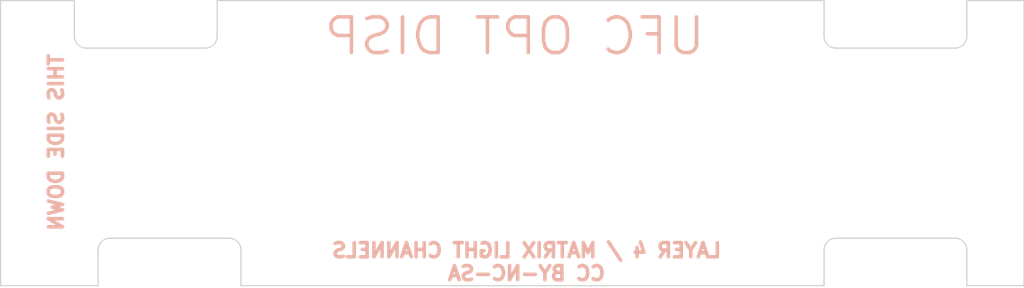
<source format=kicad_pcb>
(kicad_pcb (version 20171130) (host pcbnew "(5.1.4)-1")

  (general
    (thickness 1.6)
    (drawings 31)
    (tracks 0)
    (zones 0)
    (modules 66)
    (nets 1)
  )

  (page A4)
  (layers
    (0 F.Cu signal)
    (31 B.Cu signal)
    (32 B.Adhes user)
    (33 F.Adhes user)
    (34 B.Paste user)
    (35 F.Paste user)
    (36 B.SilkS user)
    (37 F.SilkS user)
    (38 B.Mask user)
    (39 F.Mask user)
    (40 Dwgs.User user)
    (41 Cmts.User user)
    (42 Eco1.User user)
    (43 Eco2.User user)
    (44 Edge.Cuts user)
    (45 Margin user)
    (46 B.CrtYd user)
    (47 F.CrtYd user)
    (48 B.Fab user)
    (49 F.Fab user)
  )

  (setup
    (last_trace_width 0.25)
    (user_trace_width 0.1524)
    (user_trace_width 0.2032)
    (user_trace_width 0.3048)
    (user_trace_width 0.4572)
    (user_trace_width 0.1524)
    (user_trace_width 0.2032)
    (user_trace_width 0.3048)
    (user_trace_width 0.4572)
    (trace_clearance 0.2)
    (zone_clearance 0.508)
    (zone_45_only no)
    (trace_min 0.127)
    (via_size 0.8)
    (via_drill 0.4)
    (via_min_size 0.45)
    (via_min_drill 0.2)
    (user_via 0.45 0.2)
    (user_via 0.45 0.2)
    (uvia_size 0.3)
    (uvia_drill 0.1)
    (uvias_allowed no)
    (uvia_min_size 0.2)
    (uvia_min_drill 0.1)
    (edge_width 0.05)
    (segment_width 0.2)
    (pcb_text_width 0.3)
    (pcb_text_size 1.5 1.5)
    (mod_edge_width 0.12)
    (mod_text_size 1 1)
    (mod_text_width 0.15)
    (pad_size 0.59 0.64)
    (pad_drill 0)
    (pad_to_mask_clearance 0.051)
    (solder_mask_min_width 0.25)
    (aux_axis_origin 101.1375 53.905)
    (grid_origin 101.1375 53.905)
    (visible_elements 7FFFF7DF)
    (pcbplotparams
      (layerselection 0x010fc_ffffffff)
      (usegerberextensions false)
      (usegerberattributes false)
      (usegerberadvancedattributes false)
      (creategerberjobfile false)
      (excludeedgelayer true)
      (linewidth 0.100000)
      (plotframeref false)
      (viasonmask false)
      (mode 1)
      (useauxorigin false)
      (hpglpennumber 1)
      (hpglpenspeed 20)
      (hpglpendiameter 15.000000)
      (psnegative false)
      (psa4output false)
      (plotreference true)
      (plotvalue true)
      (plotinvisibletext false)
      (padsonsilk false)
      (subtractmaskfromsilk false)
      (outputformat 1)
      (mirror false)
      (drillshape 0)
      (scaleselection 1)
      (outputdirectory "gerber"))
  )

  (net 0 "")

  (net_class Default "This is the default net class."
    (clearance 0.2)
    (trace_width 0.25)
    (via_dia 0.8)
    (via_drill 0.4)
    (uvia_dia 0.3)
    (uvia_drill 0.1)
  )

  (module KiCAD_Libraries:OPT_DISP_NPTH_0.6x0.9mm (layer F.Cu) (tedit 5FB832ED) (tstamp 5FB88321)
    (at 101.8815 58.347 90)
    (path /5FDF4EE0)
    (fp_text reference D65 (at 0 -1.17 90) (layer F.SilkS) hide
      (effects (font (size 1 1) (thickness 0.15)))
    )
    (fp_text value LED (at 0 1.17 90) (layer F.Fab)
      (effects (font (size 1 1) (thickness 0.15)))
    )
    (fp_text user %R (at 0 0 90) (layer F.Fab)
      (effects (font (size 0.25 0.25) (thickness 0.04)))
    )
    (pad "" np_thru_hole circle (at 0.45 0 90) (size 0.6 0.6) (drill 0.6) (layers *.Cu *.Mask))
    (pad "" np_thru_hole circle (at -0.45 0 90) (size 0.6 0.6) (drill 0.6) (layers *.Cu *.Mask))
  )

  (module KiCAD_Libraries:OPT_DISP_NPTH_0.6x0.9mm (layer F.Cu) (tedit 5FB832ED) (tstamp 5FB883A9)
    (at 101.8815 61.522 90)
    (path /5FDF56CD)
    (fp_text reference D66 (at 0 -1.17 90) (layer F.SilkS) hide
      (effects (font (size 1 1) (thickness 0.15)))
    )
    (fp_text value LED (at 0 1.17 90) (layer F.Fab)
      (effects (font (size 1 1) (thickness 0.15)))
    )
    (fp_text user %R (at 0 0 90) (layer F.Fab)
      (effects (font (size 0.25 0.25) (thickness 0.04)))
    )
    (pad "" np_thru_hole circle (at 0.45 0 90) (size 0.6 0.6) (drill 0.6) (layers *.Cu *.Mask))
    (pad "" np_thru_hole circle (at -0.45 0 90) (size 0.6 0.6) (drill 0.6) (layers *.Cu *.Mask))
  )

  (module KiCAD_Libraries:OPT_DISP_NPTH_0.6x0.9mmx3 (layer F.Cu) (tedit 5FB81E2A) (tstamp 5FB88354)
    (at 137.124 59.9345)
    (path /5FB6DFBC)
    (fp_text reference D53 (at 0 -1.17) (layer F.SilkS) hide
      (effects (font (size 1 1) (thickness 0.15)))
    )
    (fp_text value LED (at 0 1.17) (layer F.Fab)
      (effects (font (size 1 1) (thickness 0.15)))
    )
    (fp_text user %R (at 0 0) (layer F.Fab)
      (effects (font (size 0.25 0.25) (thickness 0.04)))
    )
    (pad "" np_thru_hole circle (at 0.9 0) (size 0.6 0.6) (drill 0.6) (layers *.Cu *.Mask))
    (pad "" np_thru_hole circle (at -0.9 0) (size 0.6 0.6) (drill 0.6) (layers *.Cu *.Mask))
    (pad "" np_thru_hole circle (at 0 0) (size 0.6 0.6) (drill 0.6) (layers *.Cu *.Mask))
  )

  (module KiCAD_Libraries:OPT_DISP_NPTH_0.6x0.9mmx3 (layer F.Cu) (tedit 5FB81E2A) (tstamp 5FB88365)
    (at 138.7115 58.347 270)
    (path /5FB6DFE0)
    (fp_text reference D56 (at 0 -1.17 90) (layer F.SilkS) hide
      (effects (font (size 1 1) (thickness 0.15)))
    )
    (fp_text value LED (at 0 1.17 90) (layer F.Fab)
      (effects (font (size 1 1) (thickness 0.15)))
    )
    (fp_text user %R (at 0 0 90) (layer F.Fab)
      (effects (font (size 0.25 0.25) (thickness 0.04)))
    )
    (pad "" np_thru_hole circle (at 0.9 0 270) (size 0.6 0.6) (drill 0.6) (layers *.Cu *.Mask))
    (pad "" np_thru_hole circle (at -0.9 0 270) (size 0.6 0.6) (drill 0.6) (layers *.Cu *.Mask))
    (pad "" np_thru_hole circle (at 0 0 270) (size 0.6 0.6) (drill 0.6) (layers *.Cu *.Mask))
  )

  (module KiCAD_Libraries:OPT_DISP_NPTH_0.6x0.9mmx3 (layer F.Cu) (tedit 5FB81E2A) (tstamp 5FB883CB)
    (at 137.124 63.1095)
    (path /5FB6DFD4)
    (fp_text reference D55 (at 0 -1.17) (layer F.SilkS) hide
      (effects (font (size 1 1) (thickness 0.15)))
    )
    (fp_text value LED (at 0 1.17) (layer F.Fab)
      (effects (font (size 1 1) (thickness 0.15)))
    )
    (fp_text user %R (at 0 0) (layer F.Fab)
      (effects (font (size 0.25 0.25) (thickness 0.04)))
    )
    (pad "" np_thru_hole circle (at 0.9 0) (size 0.6 0.6) (drill 0.6) (layers *.Cu *.Mask))
    (pad "" np_thru_hole circle (at -0.9 0) (size 0.6 0.6) (drill 0.6) (layers *.Cu *.Mask))
    (pad "" np_thru_hole circle (at 0 0) (size 0.6 0.6) (drill 0.6) (layers *.Cu *.Mask))
  )

  (module KiCAD_Libraries:OPT_DISP_NPTH_0.6x0.9mmx3 (layer F.Cu) (tedit 5FB81E2A) (tstamp 5FB883BA)
    (at 140.299 59.9345)
    (path /5FB6E021)
    (fp_text reference D60 (at 0 -1.17) (layer F.SilkS) hide
      (effects (font (size 1 1) (thickness 0.15)))
    )
    (fp_text value LED (at 0 1.17) (layer F.Fab)
      (effects (font (size 1 1) (thickness 0.15)))
    )
    (fp_text user %R (at 0 0) (layer F.Fab)
      (effects (font (size 0.25 0.25) (thickness 0.04)))
    )
    (pad "" np_thru_hole circle (at 0.9 0) (size 0.6 0.6) (drill 0.6) (layers *.Cu *.Mask))
    (pad "" np_thru_hole circle (at -0.9 0) (size 0.6 0.6) (drill 0.6) (layers *.Cu *.Mask))
    (pad "" np_thru_hole circle (at 0 0) (size 0.6 0.6) (drill 0.6) (layers *.Cu *.Mask))
  )

  (module KiCAD_Libraries:OPT_DISP_NPTH_0.6x0.9mmx3 (layer F.Cu) (tedit 5FB81E2A) (tstamp 5FB88398)
    (at 140.299 61.522 315)
    (path /5FB6E02D)
    (fp_text reference D61 (at 0 -1.17 135) (layer F.SilkS) hide
      (effects (font (size 1 1) (thickness 0.15)))
    )
    (fp_text value LED (at 0 1.17 135) (layer F.Fab)
      (effects (font (size 1 1) (thickness 0.15)))
    )
    (fp_text user %R (at 0 0 135) (layer F.Fab)
      (effects (font (size 0.25 0.25) (thickness 0.04)))
    )
    (pad "" np_thru_hole circle (at 0.9 0 315) (size 0.6 0.6) (drill 0.6) (layers *.Cu *.Mask))
    (pad "" np_thru_hole circle (at -0.9 0 315) (size 0.6 0.6) (drill 0.6) (layers *.Cu *.Mask))
    (pad "" np_thru_hole circle (at 0 0 315) (size 0.6 0.6) (drill 0.6) (layers *.Cu *.Mask))
  )

  (module KiCAD_Libraries:OPT_DISP_NPTH_0.6x0.9mmx3 (layer F.Cu) (tedit 5FB81E2A) (tstamp 5FB88343)
    (at 140.299 58.347 45)
    (path /5FB6E015)
    (fp_text reference D59 (at 0 -1.17 45) (layer F.SilkS) hide
      (effects (font (size 1 1) (thickness 0.15)))
    )
    (fp_text value LED (at 0 1.17 45) (layer F.Fab)
      (effects (font (size 1 1) (thickness 0.15)))
    )
    (fp_text user %R (at 0 0 45) (layer F.Fab)
      (effects (font (size 0.25 0.25) (thickness 0.04)))
    )
    (pad "" np_thru_hole circle (at 0.9 0 45) (size 0.6 0.6) (drill 0.6) (layers *.Cu *.Mask))
    (pad "" np_thru_hole circle (at -0.9 0 45) (size 0.6 0.6) (drill 0.6) (layers *.Cu *.Mask))
    (pad "" np_thru_hole circle (at 0 0 45) (size 0.6 0.6) (drill 0.6) (layers *.Cu *.Mask))
  )

  (module KiCAD_Libraries:OPT_DISP_NPTH_0.6x0.9mmx3 (layer F.Cu) (tedit 5FB81E2A) (tstamp 5FB88387)
    (at 141.8865 61.522 90)
    (path /5FB6E051)
    (fp_text reference D64 (at 0 -1.17 90) (layer F.SilkS) hide
      (effects (font (size 1 1) (thickness 0.15)))
    )
    (fp_text value LED (at 0 1.17 90) (layer F.Fab)
      (effects (font (size 1 1) (thickness 0.15)))
    )
    (fp_text user %R (at 0 0 90) (layer F.Fab)
      (effects (font (size 0.25 0.25) (thickness 0.04)))
    )
    (pad "" np_thru_hole circle (at 0.9 0 90) (size 0.6 0.6) (drill 0.6) (layers *.Cu *.Mask))
    (pad "" np_thru_hole circle (at -0.9 0 90) (size 0.6 0.6) (drill 0.6) (layers *.Cu *.Mask))
    (pad "" np_thru_hole circle (at 0 0 90) (size 0.6 0.6) (drill 0.6) (layers *.Cu *.Mask))
  )

  (module KiCAD_Libraries:OPT_DISP_NPTH_0.6x0.9mmx3 (layer F.Cu) (tedit 5FB81E2A) (tstamp 5FB883DC)
    (at 140.299 56.7595)
    (path /5FB6E009)
    (fp_text reference D58 (at 0 -1.17) (layer F.SilkS) hide
      (effects (font (size 1 1) (thickness 0.15)))
    )
    (fp_text value LED (at 0 1.17) (layer F.Fab)
      (effects (font (size 1 1) (thickness 0.15)))
    )
    (fp_text user %R (at 0 0) (layer F.Fab)
      (effects (font (size 0.25 0.25) (thickness 0.04)))
    )
    (pad "" np_thru_hole circle (at 0.9 0) (size 0.6 0.6) (drill 0.6) (layers *.Cu *.Mask))
    (pad "" np_thru_hole circle (at -0.9 0) (size 0.6 0.6) (drill 0.6) (layers *.Cu *.Mask))
    (pad "" np_thru_hole circle (at 0 0) (size 0.6 0.6) (drill 0.6) (layers *.Cu *.Mask))
  )

  (module KiCAD_Libraries:OPT_DISP_NPTH_0.6x0.9mmx3 (layer F.Cu) (tedit 5FB81E2A) (tstamp 5FB88376)
    (at 141.8865 58.347 270)
    (path /5FB6E045)
    (fp_text reference D63 (at 0 -1.17 90) (layer F.SilkS) hide
      (effects (font (size 1 1) (thickness 0.15)))
    )
    (fp_text value LED (at 0 1.17 90) (layer F.Fab)
      (effects (font (size 1 1) (thickness 0.15)))
    )
    (fp_text user %R (at 0 0 90) (layer F.Fab)
      (effects (font (size 0.25 0.25) (thickness 0.04)))
    )
    (pad "" np_thru_hole circle (at 0.9 0 270) (size 0.6 0.6) (drill 0.6) (layers *.Cu *.Mask))
    (pad "" np_thru_hole circle (at -0.9 0 270) (size 0.6 0.6) (drill 0.6) (layers *.Cu *.Mask))
    (pad "" np_thru_hole circle (at 0 0 270) (size 0.6 0.6) (drill 0.6) (layers *.Cu *.Mask))
  )

  (module KiCAD_Libraries:OPT_DISP_NPTH_0.6x0.9mmx3 (layer F.Cu) (tedit 5FB81E2A) (tstamp 5FB881CD)
    (at 135.5365 61.522 90)
    (path /5FB6DF98)
    (fp_text reference D50 (at 0 -1.17 90) (layer F.SilkS) hide
      (effects (font (size 1 1) (thickness 0.15)))
    )
    (fp_text value LED (at 0 1.17 90) (layer F.Fab)
      (effects (font (size 1 1) (thickness 0.15)))
    )
    (fp_text user %R (at 0 0 90) (layer F.Fab)
      (effects (font (size 0.25 0.25) (thickness 0.04)))
    )
    (pad "" np_thru_hole circle (at 0.9 0 90) (size 0.6 0.6) (drill 0.6) (layers *.Cu *.Mask))
    (pad "" np_thru_hole circle (at -0.9 0 90) (size 0.6 0.6) (drill 0.6) (layers *.Cu *.Mask))
    (pad "" np_thru_hole circle (at 0 0 90) (size 0.6 0.6) (drill 0.6) (layers *.Cu *.Mask))
  )

  (module KiCAD_Libraries:OPT_DISP_NPTH_0.6x0.9mmx3 (layer F.Cu) (tedit 5FB81E2A) (tstamp 5FB88310)
    (at 138.7115 61.522 90)
    (path /5FB6DFFD)
    (fp_text reference D57 (at 0 -1.17 90) (layer F.SilkS) hide
      (effects (font (size 1 1) (thickness 0.15)))
    )
    (fp_text value LED (at 0 1.17 90) (layer F.Fab)
      (effects (font (size 1 1) (thickness 0.15)))
    )
    (fp_text user %R (at 0 0 90) (layer F.Fab)
      (effects (font (size 0.25 0.25) (thickness 0.04)))
    )
    (pad "" np_thru_hole circle (at 0.9 0 90) (size 0.6 0.6) (drill 0.6) (layers *.Cu *.Mask))
    (pad "" np_thru_hole circle (at -0.9 0 90) (size 0.6 0.6) (drill 0.6) (layers *.Cu *.Mask))
    (pad "" np_thru_hole circle (at 0 0 90) (size 0.6 0.6) (drill 0.6) (layers *.Cu *.Mask))
  )

  (module KiCAD_Libraries:OPT_DISP_NPTH_0.6x0.9mmx3 (layer F.Cu) (tedit 5FB81E2A) (tstamp 5FB88255)
    (at 135.5365 58.347 270)
    (path /5FB6DF8C)
    (fp_text reference D49 (at 0 -1.17 90) (layer F.SilkS) hide
      (effects (font (size 1 1) (thickness 0.15)))
    )
    (fp_text value LED (at 0 1.17 90) (layer F.Fab)
      (effects (font (size 1 1) (thickness 0.15)))
    )
    (fp_text user %R (at 0 0 90) (layer F.Fab)
      (effects (font (size 0.25 0.25) (thickness 0.04)))
    )
    (pad "" np_thru_hole circle (at 0.9 0 270) (size 0.6 0.6) (drill 0.6) (layers *.Cu *.Mask))
    (pad "" np_thru_hole circle (at -0.9 0 270) (size 0.6 0.6) (drill 0.6) (layers *.Cu *.Mask))
    (pad "" np_thru_hole circle (at 0 0 270) (size 0.6 0.6) (drill 0.6) (layers *.Cu *.Mask))
  )

  (module KiCAD_Libraries:OPT_DISP_NPTH_0.6x0.9mmx3 (layer F.Cu) (tedit 5FB81E2A) (tstamp 5FB882FF)
    (at 137.124 61.522 45)
    (path /5FB6DFC8)
    (fp_text reference D54 (at 0 -1.17 45) (layer F.SilkS) hide
      (effects (font (size 1 1) (thickness 0.15)))
    )
    (fp_text value LED (at 0 1.17 45) (layer F.Fab)
      (effects (font (size 1 1) (thickness 0.15)))
    )
    (fp_text user %R (at 0 0 45) (layer F.Fab)
      (effects (font (size 0.25 0.25) (thickness 0.04)))
    )
    (pad "" np_thru_hole circle (at 0.9 0 45) (size 0.6 0.6) (drill 0.6) (layers *.Cu *.Mask))
    (pad "" np_thru_hole circle (at -0.9 0 45) (size 0.6 0.6) (drill 0.6) (layers *.Cu *.Mask))
    (pad "" np_thru_hole circle (at 0 0 45) (size 0.6 0.6) (drill 0.6) (layers *.Cu *.Mask))
  )

  (module KiCAD_Libraries:OPT_DISP_NPTH_0.6x0.9mmx3 (layer F.Cu) (tedit 5FB81E2A) (tstamp 5FB881DE)
    (at 137.124 58.347 315)
    (path /5FB6DFB0)
    (fp_text reference D52 (at 0 -1.17 135) (layer F.SilkS) hide
      (effects (font (size 1 1) (thickness 0.15)))
    )
    (fp_text value LED (at 0 1.17 135) (layer F.Fab)
      (effects (font (size 1 1) (thickness 0.15)))
    )
    (fp_text user %R (at 0 0 135) (layer F.Fab)
      (effects (font (size 0.25 0.25) (thickness 0.04)))
    )
    (pad "" np_thru_hole circle (at 0.9 0 315) (size 0.6 0.6) (drill 0.6) (layers *.Cu *.Mask))
    (pad "" np_thru_hole circle (at -0.9 0 315) (size 0.6 0.6) (drill 0.6) (layers *.Cu *.Mask))
    (pad "" np_thru_hole circle (at 0 0 315) (size 0.6 0.6) (drill 0.6) (layers *.Cu *.Mask))
  )

  (module KiCAD_Libraries:OPT_DISP_NPTH_0.6x0.9mmx3 (layer F.Cu) (tedit 5FB81E2A) (tstamp 5FB882EE)
    (at 137.124 56.7595)
    (path /5FB6DFA4)
    (fp_text reference D51 (at 0 -1.17) (layer F.SilkS) hide
      (effects (font (size 1 1) (thickness 0.15)))
    )
    (fp_text value LED (at 0 1.17) (layer F.Fab)
      (effects (font (size 1 1) (thickness 0.15)))
    )
    (fp_text user %R (at 0 0) (layer F.Fab)
      (effects (font (size 0.25 0.25) (thickness 0.04)))
    )
    (pad "" np_thru_hole circle (at 0.9 0) (size 0.6 0.6) (drill 0.6) (layers *.Cu *.Mask))
    (pad "" np_thru_hole circle (at -0.9 0) (size 0.6 0.6) (drill 0.6) (layers *.Cu *.Mask))
    (pad "" np_thru_hole circle (at 0 0) (size 0.6 0.6) (drill 0.6) (layers *.Cu *.Mask))
  )

  (module KiCAD_Libraries:OPT_DISP_NPTH_0.6x0.9mmx3 (layer F.Cu) (tedit 5FB81E2A) (tstamp 5FB88332)
    (at 140.299 63.1095)
    (path /5FB6E039)
    (fp_text reference D62 (at 0 -1.17) (layer F.SilkS) hide
      (effects (font (size 1 1) (thickness 0.15)))
    )
    (fp_text value LED (at 0 1.17) (layer F.Fab)
      (effects (font (size 1 1) (thickness 0.15)))
    )
    (fp_text user %R (at 0 0) (layer F.Fab)
      (effects (font (size 0.25 0.25) (thickness 0.04)))
    )
    (pad "" np_thru_hole circle (at 0.9 0) (size 0.6 0.6) (drill 0.6) (layers *.Cu *.Mask))
    (pad "" np_thru_hole circle (at -0.9 0) (size 0.6 0.6) (drill 0.6) (layers *.Cu *.Mask))
    (pad "" np_thru_hole circle (at 0 0) (size 0.6 0.6) (drill 0.6) (layers *.Cu *.Mask))
  )

  (module KiCAD_Libraries:OPT_DISP_NPTH_0.6x0.9mmx3 (layer F.Cu) (tedit 5FB81E2A) (tstamp 5FB88145)
    (at 125.3765 58.347 270)
    (path /5FB6DEAA)
    (fp_text reference D33 (at 0 -1.17 90) (layer F.SilkS) hide
      (effects (font (size 1 1) (thickness 0.15)))
    )
    (fp_text value LED (at 0 1.17 90) (layer F.Fab)
      (effects (font (size 1 1) (thickness 0.15)))
    )
    (fp_text user %R (at 0 0 90) (layer F.Fab)
      (effects (font (size 0.25 0.25) (thickness 0.04)))
    )
    (pad "" np_thru_hole circle (at 0.9 0 270) (size 0.6 0.6) (drill 0.6) (layers *.Cu *.Mask))
    (pad "" np_thru_hole circle (at -0.9 0 270) (size 0.6 0.6) (drill 0.6) (layers *.Cu *.Mask))
    (pad "" np_thru_hole circle (at 0 0 270) (size 0.6 0.6) (drill 0.6) (layers *.Cu *.Mask))
  )

  (module KiCAD_Libraries:OPT_DISP_NPTH_0.6x0.9mmx3 (layer F.Cu) (tedit 5FB81E2A) (tstamp 5FB88288)
    (at 126.964 58.347 315)
    (path /5FB6DECE)
    (fp_text reference D36 (at 0 -1.17 135) (layer F.SilkS) hide
      (effects (font (size 1 1) (thickness 0.15)))
    )
    (fp_text value LED (at 0 1.17 135) (layer F.Fab)
      (effects (font (size 1 1) (thickness 0.15)))
    )
    (fp_text user %R (at 0 0 135) (layer F.Fab)
      (effects (font (size 0.25 0.25) (thickness 0.04)))
    )
    (pad "" np_thru_hole circle (at 0.9 0 315) (size 0.6 0.6) (drill 0.6) (layers *.Cu *.Mask))
    (pad "" np_thru_hole circle (at -0.9 0 315) (size 0.6 0.6) (drill 0.6) (layers *.Cu *.Mask))
    (pad "" np_thru_hole circle (at 0 0 315) (size 0.6 0.6) (drill 0.6) (layers *.Cu *.Mask))
  )

  (module KiCAD_Libraries:OPT_DISP_NPTH_0.6x0.9mmx3 (layer F.Cu) (tedit 5FB81E2A) (tstamp 5FB882AA)
    (at 128.5515 58.347 270)
    (path /5FB6DEFE)
    (fp_text reference D40 (at 0 -1.17 90) (layer F.SilkS) hide
      (effects (font (size 1 1) (thickness 0.15)))
    )
    (fp_text value LED (at 0 1.17 90) (layer F.Fab)
      (effects (font (size 1 1) (thickness 0.15)))
    )
    (fp_text user %R (at 0 0 90) (layer F.Fab)
      (effects (font (size 0.25 0.25) (thickness 0.04)))
    )
    (pad "" np_thru_hole circle (at 0.9 0 270) (size 0.6 0.6) (drill 0.6) (layers *.Cu *.Mask))
    (pad "" np_thru_hole circle (at -0.9 0 270) (size 0.6 0.6) (drill 0.6) (layers *.Cu *.Mask))
    (pad "" np_thru_hole circle (at 0 0 270) (size 0.6 0.6) (drill 0.6) (layers *.Cu *.Mask))
  )

  (module KiCAD_Libraries:OPT_DISP_NPTH_0.6x0.9mmx3 (layer F.Cu) (tedit 5FB81E2A) (tstamp 5FB882CC)
    (at 130.139 56.7595)
    (path /5FB6DF27)
    (fp_text reference D42 (at 0 -1.17) (layer F.SilkS) hide
      (effects (font (size 1 1) (thickness 0.15)))
    )
    (fp_text value LED (at 0 1.17) (layer F.Fab)
      (effects (font (size 1 1) (thickness 0.15)))
    )
    (fp_text user %R (at 0 0) (layer F.Fab)
      (effects (font (size 0.25 0.25) (thickness 0.04)))
    )
    (pad "" np_thru_hole circle (at 0.9 0) (size 0.6 0.6) (drill 0.6) (layers *.Cu *.Mask))
    (pad "" np_thru_hole circle (at -0.9 0) (size 0.6 0.6) (drill 0.6) (layers *.Cu *.Mask))
    (pad "" np_thru_hole circle (at 0 0) (size 0.6 0.6) (drill 0.6) (layers *.Cu *.Mask))
  )

  (module KiCAD_Libraries:OPT_DISP_NPTH_0.6x0.9mmx3 (layer F.Cu) (tedit 5FB81E2A) (tstamp 5FB882DD)
    (at 130.139 63.1095)
    (path /5FB6DF57)
    (fp_text reference D46 (at 0 -1.17) (layer F.SilkS) hide
      (effects (font (size 1 1) (thickness 0.15)))
    )
    (fp_text value LED (at 0 1.17) (layer F.Fab)
      (effects (font (size 1 1) (thickness 0.15)))
    )
    (fp_text user %R (at 0 0) (layer F.Fab)
      (effects (font (size 0.25 0.25) (thickness 0.04)))
    )
    (pad "" np_thru_hole circle (at 0.9 0) (size 0.6 0.6) (drill 0.6) (layers *.Cu *.Mask))
    (pad "" np_thru_hole circle (at -0.9 0) (size 0.6 0.6) (drill 0.6) (layers *.Cu *.Mask))
    (pad "" np_thru_hole circle (at 0 0) (size 0.6 0.6) (drill 0.6) (layers *.Cu *.Mask))
  )

  (module KiCAD_Libraries:OPT_DISP_NPTH_0.6x0.9mmx3 (layer F.Cu) (tedit 5FB81E2A) (tstamp 5FB882BB)
    (at 128.5515 61.522 90)
    (path /5FB6DF1B)
    (fp_text reference D41 (at 0 -1.17 90) (layer F.SilkS) hide
      (effects (font (size 1 1) (thickness 0.15)))
    )
    (fp_text value LED (at 0 1.17 90) (layer F.Fab)
      (effects (font (size 1 1) (thickness 0.15)))
    )
    (fp_text user %R (at 0 0 90) (layer F.Fab)
      (effects (font (size 0.25 0.25) (thickness 0.04)))
    )
    (pad "" np_thru_hole circle (at 0.9 0 90) (size 0.6 0.6) (drill 0.6) (layers *.Cu *.Mask))
    (pad "" np_thru_hole circle (at -0.9 0 90) (size 0.6 0.6) (drill 0.6) (layers *.Cu *.Mask))
    (pad "" np_thru_hole circle (at 0 0 90) (size 0.6 0.6) (drill 0.6) (layers *.Cu *.Mask))
  )

  (module KiCAD_Libraries:OPT_DISP_NPTH_0.6x0.9mmx3 (layer F.Cu) (tedit 5FB81E2A) (tstamp 5FB88299)
    (at 126.964 63.1095)
    (path /5FB6DEF2)
    (fp_text reference D39 (at 0 -1.17) (layer F.SilkS) hide
      (effects (font (size 1 1) (thickness 0.15)))
    )
    (fp_text value LED (at 0 1.17) (layer F.Fab)
      (effects (font (size 1 1) (thickness 0.15)))
    )
    (fp_text user %R (at 0 0) (layer F.Fab)
      (effects (font (size 0.25 0.25) (thickness 0.04)))
    )
    (pad "" np_thru_hole circle (at 0.9 0) (size 0.6 0.6) (drill 0.6) (layers *.Cu *.Mask))
    (pad "" np_thru_hole circle (at -0.9 0) (size 0.6 0.6) (drill 0.6) (layers *.Cu *.Mask))
    (pad "" np_thru_hole circle (at 0 0) (size 0.6 0.6) (drill 0.6) (layers *.Cu *.Mask))
  )

  (module KiCAD_Libraries:OPT_DISP_NPTH_0.6x0.9mmx3 (layer F.Cu) (tedit 5FB81E2A) (tstamp 5FB88233)
    (at 131.7265 58.347 270)
    (path /5FB6DF63)
    (fp_text reference D47 (at 0 -1.17 90) (layer F.SilkS) hide
      (effects (font (size 1 1) (thickness 0.15)))
    )
    (fp_text value LED (at 0 1.17 90) (layer F.Fab)
      (effects (font (size 1 1) (thickness 0.15)))
    )
    (fp_text user %R (at 0 0 90) (layer F.Fab)
      (effects (font (size 0.25 0.25) (thickness 0.04)))
    )
    (pad "" np_thru_hole circle (at 0.9 0 270) (size 0.6 0.6) (drill 0.6) (layers *.Cu *.Mask))
    (pad "" np_thru_hole circle (at -0.9 0 270) (size 0.6 0.6) (drill 0.6) (layers *.Cu *.Mask))
    (pad "" np_thru_hole circle (at 0 0 270) (size 0.6 0.6) (drill 0.6) (layers *.Cu *.Mask))
  )

  (module KiCAD_Libraries:OPT_DISP_NPTH_0.6x0.9mmx3 (layer F.Cu) (tedit 5FB81E2A) (tstamp 5FB88200)
    (at 130.139 58.347 45)
    (path /5FB6DF33)
    (fp_text reference D43 (at 0 -1.17 45) (layer F.SilkS) hide
      (effects (font (size 1 1) (thickness 0.15)))
    )
    (fp_text value LED (at 0 1.17 45) (layer F.Fab)
      (effects (font (size 1 1) (thickness 0.15)))
    )
    (fp_text user %R (at 0 0 45) (layer F.Fab)
      (effects (font (size 0.25 0.25) (thickness 0.04)))
    )
    (pad "" np_thru_hole circle (at 0.9 0 45) (size 0.6 0.6) (drill 0.6) (layers *.Cu *.Mask))
    (pad "" np_thru_hole circle (at -0.9 0 45) (size 0.6 0.6) (drill 0.6) (layers *.Cu *.Mask))
    (pad "" np_thru_hole circle (at 0 0 45) (size 0.6 0.6) (drill 0.6) (layers *.Cu *.Mask))
  )

  (module KiCAD_Libraries:OPT_DISP_NPTH_0.6x0.9mmx3 (layer F.Cu) (tedit 5FB81E2A) (tstamp 5FB88277)
    (at 126.964 56.7595)
    (path /5FB6DEC2)
    (fp_text reference D35 (at 0 -1.17) (layer F.SilkS) hide
      (effects (font (size 1 1) (thickness 0.15)))
    )
    (fp_text value LED (at 0 1.17) (layer F.Fab)
      (effects (font (size 1 1) (thickness 0.15)))
    )
    (fp_text user %R (at 0 0) (layer F.Fab)
      (effects (font (size 0.25 0.25) (thickness 0.04)))
    )
    (pad "" np_thru_hole circle (at 0.9 0) (size 0.6 0.6) (drill 0.6) (layers *.Cu *.Mask))
    (pad "" np_thru_hole circle (at -0.9 0) (size 0.6 0.6) (drill 0.6) (layers *.Cu *.Mask))
    (pad "" np_thru_hole circle (at 0 0) (size 0.6 0.6) (drill 0.6) (layers *.Cu *.Mask))
  )

  (module KiCAD_Libraries:OPT_DISP_NPTH_0.6x0.9mmx3 (layer F.Cu) (tedit 5FB81E2A) (tstamp 5FB88244)
    (at 131.7265 61.522 90)
    (path /5FB6DF6F)
    (fp_text reference D48 (at 0 -1.17 90) (layer F.SilkS) hide
      (effects (font (size 1 1) (thickness 0.15)))
    )
    (fp_text value LED (at 0 1.17 90) (layer F.Fab)
      (effects (font (size 1 1) (thickness 0.15)))
    )
    (fp_text user %R (at 0 0 90) (layer F.Fab)
      (effects (font (size 0.25 0.25) (thickness 0.04)))
    )
    (pad "" np_thru_hole circle (at 0.9 0 90) (size 0.6 0.6) (drill 0.6) (layers *.Cu *.Mask))
    (pad "" np_thru_hole circle (at -0.9 0 90) (size 0.6 0.6) (drill 0.6) (layers *.Cu *.Mask))
    (pad "" np_thru_hole circle (at 0 0 90) (size 0.6 0.6) (drill 0.6) (layers *.Cu *.Mask))
  )

  (module KiCAD_Libraries:OPT_DISP_NPTH_0.6x0.9mmx3 (layer F.Cu) (tedit 5FB81E2A) (tstamp 5FB88211)
    (at 130.139 59.9345)
    (path /5FB6DF3F)
    (fp_text reference D44 (at 0 -1.17) (layer F.SilkS) hide
      (effects (font (size 1 1) (thickness 0.15)))
    )
    (fp_text value LED (at 0 1.17) (layer F.Fab)
      (effects (font (size 1 1) (thickness 0.15)))
    )
    (fp_text user %R (at 0 0) (layer F.Fab)
      (effects (font (size 0.25 0.25) (thickness 0.04)))
    )
    (pad "" np_thru_hole circle (at 0.9 0) (size 0.6 0.6) (drill 0.6) (layers *.Cu *.Mask))
    (pad "" np_thru_hole circle (at -0.9 0) (size 0.6 0.6) (drill 0.6) (layers *.Cu *.Mask))
    (pad "" np_thru_hole circle (at 0 0) (size 0.6 0.6) (drill 0.6) (layers *.Cu *.Mask))
  )

  (module KiCAD_Libraries:OPT_DISP_NPTH_0.6x0.9mmx3 (layer F.Cu) (tedit 5FB81E2A) (tstamp 5FB881EF)
    (at 126.964 61.522 45)
    (path /5FB6DEE6)
    (fp_text reference D38 (at 0 -1.17 45) (layer F.SilkS) hide
      (effects (font (size 1 1) (thickness 0.15)))
    )
    (fp_text value LED (at 0 1.17 45) (layer F.Fab)
      (effects (font (size 1 1) (thickness 0.15)))
    )
    (fp_text user %R (at 0 0 45) (layer F.Fab)
      (effects (font (size 0.25 0.25) (thickness 0.04)))
    )
    (pad "" np_thru_hole circle (at 0.9 0 45) (size 0.6 0.6) (drill 0.6) (layers *.Cu *.Mask))
    (pad "" np_thru_hole circle (at -0.9 0 45) (size 0.6 0.6) (drill 0.6) (layers *.Cu *.Mask))
    (pad "" np_thru_hole circle (at 0 0 45) (size 0.6 0.6) (drill 0.6) (layers *.Cu *.Mask))
  )

  (module KiCAD_Libraries:OPT_DISP_NPTH_0.6x0.9mmx3 (layer F.Cu) (tedit 5FB81E2A) (tstamp 5FB88266)
    (at 126.964 59.9345)
    (path /5FB6DEDA)
    (fp_text reference D37 (at 0 -1.17) (layer F.SilkS) hide
      (effects (font (size 1 1) (thickness 0.15)))
    )
    (fp_text value LED (at 0 1.17) (layer F.Fab)
      (effects (font (size 1 1) (thickness 0.15)))
    )
    (fp_text user %R (at 0 0) (layer F.Fab)
      (effects (font (size 0.25 0.25) (thickness 0.04)))
    )
    (pad "" np_thru_hole circle (at 0.9 0) (size 0.6 0.6) (drill 0.6) (layers *.Cu *.Mask))
    (pad "" np_thru_hole circle (at -0.9 0) (size 0.6 0.6) (drill 0.6) (layers *.Cu *.Mask))
    (pad "" np_thru_hole circle (at 0 0) (size 0.6 0.6) (drill 0.6) (layers *.Cu *.Mask))
  )

  (module KiCAD_Libraries:OPT_DISP_NPTH_0.6x0.9mmx3 (layer F.Cu) (tedit 5FB81E2A) (tstamp 5FB88222)
    (at 130.139 61.522 315)
    (path /5FB6DF4B)
    (fp_text reference D45 (at 0 -1.17 135) (layer F.SilkS) hide
      (effects (font (size 1 1) (thickness 0.15)))
    )
    (fp_text value LED (at 0 1.17 135) (layer F.Fab)
      (effects (font (size 1 1) (thickness 0.15)))
    )
    (fp_text user %R (at 0 0 135) (layer F.Fab)
      (effects (font (size 0.25 0.25) (thickness 0.04)))
    )
    (pad "" np_thru_hole circle (at 0.9 0 315) (size 0.6 0.6) (drill 0.6) (layers *.Cu *.Mask))
    (pad "" np_thru_hole circle (at -0.9 0 315) (size 0.6 0.6) (drill 0.6) (layers *.Cu *.Mask))
    (pad "" np_thru_hole circle (at 0 0 315) (size 0.6 0.6) (drill 0.6) (layers *.Cu *.Mask))
  )

  (module KiCAD_Libraries:OPT_DISP_NPTH_0.6x0.9mmx3 (layer F.Cu) (tedit 5FB81E2A) (tstamp 5FB8819A)
    (at 125.3765 61.522 90)
    (path /5FB6DEB6)
    (fp_text reference D34 (at 0 -1.17 90) (layer F.SilkS) hide
      (effects (font (size 1 1) (thickness 0.15)))
    )
    (fp_text value LED (at 0 1.17 90) (layer F.Fab)
      (effects (font (size 1 1) (thickness 0.15)))
    )
    (fp_text user %R (at 0 0 90) (layer F.Fab)
      (effects (font (size 0.25 0.25) (thickness 0.04)))
    )
    (pad "" np_thru_hole circle (at 0.9 0 90) (size 0.6 0.6) (drill 0.6) (layers *.Cu *.Mask))
    (pad "" np_thru_hole circle (at -0.9 0 90) (size 0.6 0.6) (drill 0.6) (layers *.Cu *.Mask))
    (pad "" np_thru_hole circle (at 0 0 90) (size 0.6 0.6) (drill 0.6) (layers *.Cu *.Mask))
  )

  (module KiCAD_Libraries:OPT_DISP_NPTH_0.6x0.9mmx3 (layer F.Cu) (tedit 5FB81E2A) (tstamp 5FB88156)
    (at 116.804 63.1095)
    (path /5FB63B42)
    (fp_text reference D23 (at 0 -1.17) (layer F.SilkS) hide
      (effects (font (size 1 1) (thickness 0.15)))
    )
    (fp_text value LED (at 0 1.17) (layer F.Fab)
      (effects (font (size 1 1) (thickness 0.15)))
    )
    (fp_text user %R (at 0 0) (layer F.Fab)
      (effects (font (size 0.25 0.25) (thickness 0.04)))
    )
    (pad "" np_thru_hole circle (at 0.9 0) (size 0.6 0.6) (drill 0.6) (layers *.Cu *.Mask))
    (pad "" np_thru_hole circle (at -0.9 0) (size 0.6 0.6) (drill 0.6) (layers *.Cu *.Mask))
    (pad "" np_thru_hole circle (at 0 0) (size 0.6 0.6) (drill 0.6) (layers *.Cu *.Mask))
  )

  (module KiCAD_Libraries:OPT_DISP_NPTH_0.6x0.9mmx3 (layer F.Cu) (tedit 5FB81E2A) (tstamp 5FB88178)
    (at 119.979 63.1095)
    (path /5FB63BA7)
    (fp_text reference D30 (at 0 -1.17) (layer F.SilkS) hide
      (effects (font (size 1 1) (thickness 0.15)))
    )
    (fp_text value LED (at 0 1.17) (layer F.Fab)
      (effects (font (size 1 1) (thickness 0.15)))
    )
    (fp_text user %R (at 0 0) (layer F.Fab)
      (effects (font (size 0.25 0.25) (thickness 0.04)))
    )
    (pad "" np_thru_hole circle (at 0.9 0) (size 0.6 0.6) (drill 0.6) (layers *.Cu *.Mask))
    (pad "" np_thru_hole circle (at -0.9 0) (size 0.6 0.6) (drill 0.6) (layers *.Cu *.Mask))
    (pad "" np_thru_hole circle (at 0 0) (size 0.6 0.6) (drill 0.6) (layers *.Cu *.Mask))
  )

  (module KiCAD_Libraries:OPT_DISP_NPTH_0.6x0.9mmx3 (layer F.Cu) (tedit 5FB81E2A) (tstamp 5FB88112)
    (at 121.5665 61.522 90)
    (path /5FB63BBF)
    (fp_text reference D32 (at 0 -1.17 90) (layer F.SilkS) hide
      (effects (font (size 1 1) (thickness 0.15)))
    )
    (fp_text value LED (at 0 1.17 90) (layer F.Fab)
      (effects (font (size 1 1) (thickness 0.15)))
    )
    (fp_text user %R (at 0 0 90) (layer F.Fab)
      (effects (font (size 0.25 0.25) (thickness 0.04)))
    )
    (pad "" np_thru_hole circle (at 0.9 0 90) (size 0.6 0.6) (drill 0.6) (layers *.Cu *.Mask))
    (pad "" np_thru_hole circle (at -0.9 0 90) (size 0.6 0.6) (drill 0.6) (layers *.Cu *.Mask))
    (pad "" np_thru_hole circle (at 0 0 90) (size 0.6 0.6) (drill 0.6) (layers *.Cu *.Mask))
  )

  (module KiCAD_Libraries:OPT_DISP_NPTH_0.6x0.9mmx3 (layer F.Cu) (tedit 5FB81E2A) (tstamp 5FB881BC)
    (at 119.979 59.9345)
    (path /5FB63B8F)
    (fp_text reference D28 (at 0 -1.17) (layer F.SilkS) hide
      (effects (font (size 1 1) (thickness 0.15)))
    )
    (fp_text value LED (at 0 1.17) (layer F.Fab)
      (effects (font (size 1 1) (thickness 0.15)))
    )
    (fp_text user %R (at 0 0) (layer F.Fab)
      (effects (font (size 0.25 0.25) (thickness 0.04)))
    )
    (pad "" np_thru_hole circle (at 0.9 0) (size 0.6 0.6) (drill 0.6) (layers *.Cu *.Mask))
    (pad "" np_thru_hole circle (at -0.9 0) (size 0.6 0.6) (drill 0.6) (layers *.Cu *.Mask))
    (pad "" np_thru_hole circle (at 0 0) (size 0.6 0.6) (drill 0.6) (layers *.Cu *.Mask))
  )

  (module KiCAD_Libraries:OPT_DISP_NPTH_0.6x0.9mmx3 (layer F.Cu) (tedit 5FB81E2A) (tstamp 5FB88189)
    (at 119.979 61.522 315)
    (path /5FB63B9B)
    (fp_text reference D29 (at 0 -1.17 135) (layer F.SilkS) hide
      (effects (font (size 1 1) (thickness 0.15)))
    )
    (fp_text value LED (at 0 1.17 135) (layer F.Fab)
      (effects (font (size 1 1) (thickness 0.15)))
    )
    (fp_text user %R (at 0 0 135) (layer F.Fab)
      (effects (font (size 0.25 0.25) (thickness 0.04)))
    )
    (pad "" np_thru_hole circle (at 0.9 0 315) (size 0.6 0.6) (drill 0.6) (layers *.Cu *.Mask))
    (pad "" np_thru_hole circle (at -0.9 0 315) (size 0.6 0.6) (drill 0.6) (layers *.Cu *.Mask))
    (pad "" np_thru_hole circle (at 0 0 315) (size 0.6 0.6) (drill 0.6) (layers *.Cu *.Mask))
  )

  (module KiCAD_Libraries:OPT_DISP_NPTH_0.6x0.9mmx3 (layer F.Cu) (tedit 5FB81E2A) (tstamp 5FB880F0)
    (at 118.3915 61.522 90)
    (path /5FB63B6B)
    (fp_text reference D25 (at 0 -1.17 90) (layer F.SilkS) hide
      (effects (font (size 1 1) (thickness 0.15)))
    )
    (fp_text value LED (at 0 1.17 90) (layer F.Fab)
      (effects (font (size 1 1) (thickness 0.15)))
    )
    (fp_text user %R (at 0 0 90) (layer F.Fab)
      (effects (font (size 0.25 0.25) (thickness 0.04)))
    )
    (pad "" np_thru_hole circle (at 0.9 0 90) (size 0.6 0.6) (drill 0.6) (layers *.Cu *.Mask))
    (pad "" np_thru_hole circle (at -0.9 0 90) (size 0.6 0.6) (drill 0.6) (layers *.Cu *.Mask))
    (pad "" np_thru_hole circle (at 0 0 90) (size 0.6 0.6) (drill 0.6) (layers *.Cu *.Mask))
  )

  (module KiCAD_Libraries:OPT_DISP_NPTH_0.6x0.9mmx3 (layer F.Cu) (tedit 5FB81E2A) (tstamp 5FB880CE)
    (at 116.804 61.522 45)
    (path /5FB63B36)
    (fp_text reference D22 (at 0 -1.17 45) (layer F.SilkS) hide
      (effects (font (size 1 1) (thickness 0.15)))
    )
    (fp_text value LED (at 0 1.17 45) (layer F.Fab)
      (effects (font (size 1 1) (thickness 0.15)))
    )
    (fp_text user %R (at 0 0 45) (layer F.Fab)
      (effects (font (size 0.25 0.25) (thickness 0.04)))
    )
    (pad "" np_thru_hole circle (at 0.9 0 45) (size 0.6 0.6) (drill 0.6) (layers *.Cu *.Mask))
    (pad "" np_thru_hole circle (at -0.9 0 45) (size 0.6 0.6) (drill 0.6) (layers *.Cu *.Mask))
    (pad "" np_thru_hole circle (at 0 0 45) (size 0.6 0.6) (drill 0.6) (layers *.Cu *.Mask))
  )

  (module KiCAD_Libraries:OPT_DISP_NPTH_0.6x0.9mmx3 (layer F.Cu) (tedit 5FB81E2A) (tstamp 5FB880AC)
    (at 115.2165 61.522 90)
    (path /5FB63B06)
    (fp_text reference D18 (at 0 -1.27 90) (layer F.SilkS) hide
      (effects (font (size 1 1) (thickness 0.15)))
    )
    (fp_text value LED (at 0 1.17 90) (layer F.Fab)
      (effects (font (size 1 1) (thickness 0.15)))
    )
    (fp_text user %R (at 0 0 90) (layer F.Fab)
      (effects (font (size 0.25 0.25) (thickness 0.04)))
    )
    (pad "" np_thru_hole circle (at 0.9 0 90) (size 0.6 0.6) (drill 0.6) (layers *.Cu *.Mask))
    (pad "" np_thru_hole circle (at -0.9 0 90) (size 0.6 0.6) (drill 0.6) (layers *.Cu *.Mask))
    (pad "" np_thru_hole circle (at 0 0 90) (size 0.6 0.6) (drill 0.6) (layers *.Cu *.Mask))
  )

  (module KiCAD_Libraries:OPT_DISP_NPTH_0.6x0.9mmx3 (layer F.Cu) (tedit 5FB81E2A) (tstamp 5FB88167)
    (at 116.804 59.9345)
    (path /5FB63B2A)
    (fp_text reference D21 (at 0 -1.17) (layer F.SilkS) hide
      (effects (font (size 1 1) (thickness 0.15)))
    )
    (fp_text value LED (at 0 1.17) (layer F.Fab)
      (effects (font (size 1 1) (thickness 0.15)))
    )
    (fp_text user %R (at 0 0) (layer F.Fab)
      (effects (font (size 0.25 0.25) (thickness 0.04)))
    )
    (pad "" np_thru_hole circle (at 0.9 0) (size 0.6 0.6) (drill 0.6) (layers *.Cu *.Mask))
    (pad "" np_thru_hole circle (at -0.9 0) (size 0.6 0.6) (drill 0.6) (layers *.Cu *.Mask))
    (pad "" np_thru_hole circle (at 0 0) (size 0.6 0.6) (drill 0.6) (layers *.Cu *.Mask))
  )

  (module KiCAD_Libraries:OPT_DISP_NPTH_0.6x0.9mmx3 (layer F.Cu) (tedit 5FB81E2A) (tstamp 5FB88134)
    (at 121.5665 58.347 270)
    (path /5FB63BB3)
    (fp_text reference D31 (at 0 -1.17 90) (layer F.SilkS) hide
      (effects (font (size 1 1) (thickness 0.15)))
    )
    (fp_text value LED (at 0 1.17 90) (layer F.Fab)
      (effects (font (size 1 1) (thickness 0.15)))
    )
    (fp_text user %R (at 0 0 90) (layer F.Fab)
      (effects (font (size 0.25 0.25) (thickness 0.04)))
    )
    (pad "" np_thru_hole circle (at 0.9 0 270) (size 0.6 0.6) (drill 0.6) (layers *.Cu *.Mask))
    (pad "" np_thru_hole circle (at -0.9 0 270) (size 0.6 0.6) (drill 0.6) (layers *.Cu *.Mask))
    (pad "" np_thru_hole circle (at 0 0 270) (size 0.6 0.6) (drill 0.6) (layers *.Cu *.Mask))
  )

  (module KiCAD_Libraries:OPT_DISP_NPTH_0.6x0.9mmx3 (layer F.Cu) (tedit 5FB81E2A) (tstamp 5FB881AB)
    (at 119.979 58.347 45)
    (path /5FB63B83)
    (fp_text reference D27 (at 0 -1.17 45) (layer F.SilkS) hide
      (effects (font (size 1 1) (thickness 0.15)))
    )
    (fp_text value LED (at 0 1.17 45) (layer F.Fab)
      (effects (font (size 1 1) (thickness 0.15)))
    )
    (fp_text user %R (at 0 0 45) (layer F.Fab)
      (effects (font (size 0.25 0.25) (thickness 0.04)))
    )
    (pad "" np_thru_hole circle (at 0.9 0 45) (size 0.6 0.6) (drill 0.6) (layers *.Cu *.Mask))
    (pad "" np_thru_hole circle (at -0.9 0 45) (size 0.6 0.6) (drill 0.6) (layers *.Cu *.Mask))
    (pad "" np_thru_hole circle (at 0 0 45) (size 0.6 0.6) (drill 0.6) (layers *.Cu *.Mask))
  )

  (module KiCAD_Libraries:OPT_DISP_NPTH_0.6x0.9mmx3 (layer F.Cu) (tedit 5FB81E2A) (tstamp 5FB88101)
    (at 119.979 56.7595)
    (path /5FB63B77)
    (fp_text reference D26 (at 0 -1.17) (layer F.SilkS) hide
      (effects (font (size 1 1) (thickness 0.15)))
    )
    (fp_text value LED (at 0 1.17) (layer F.Fab)
      (effects (font (size 1 1) (thickness 0.15)))
    )
    (fp_text user %R (at 0 0) (layer F.Fab)
      (effects (font (size 0.25 0.25) (thickness 0.04)))
    )
    (pad "" np_thru_hole circle (at 0.9 0) (size 0.6 0.6) (drill 0.6) (layers *.Cu *.Mask))
    (pad "" np_thru_hole circle (at -0.9 0) (size 0.6 0.6) (drill 0.6) (layers *.Cu *.Mask))
    (pad "" np_thru_hole circle (at 0 0) (size 0.6 0.6) (drill 0.6) (layers *.Cu *.Mask))
  )

  (module KiCAD_Libraries:OPT_DISP_NPTH_0.6x0.9mmx3 (layer F.Cu) (tedit 5FB81E2A) (tstamp 5FB880DF)
    (at 118.3915 58.347 270)
    (path /5FB63B4E)
    (fp_text reference D24 (at 0 -1.17 90) (layer F.SilkS) hide
      (effects (font (size 1 1) (thickness 0.15)))
    )
    (fp_text value LED (at 0 1.17 90) (layer F.Fab)
      (effects (font (size 1 1) (thickness 0.15)))
    )
    (fp_text user %R (at 0 0 90) (layer F.Fab)
      (effects (font (size 0.25 0.25) (thickness 0.04)))
    )
    (pad "" np_thru_hole circle (at 0.9 0 270) (size 0.6 0.6) (drill 0.6) (layers *.Cu *.Mask))
    (pad "" np_thru_hole circle (at -0.9 0 270) (size 0.6 0.6) (drill 0.6) (layers *.Cu *.Mask))
    (pad "" np_thru_hole circle (at 0 0 270) (size 0.6 0.6) (drill 0.6) (layers *.Cu *.Mask))
  )

  (module KiCAD_Libraries:OPT_DISP_NPTH_0.6x0.9mmx3 (layer F.Cu) (tedit 5FB81E2A) (tstamp 5FB8809B)
    (at 115.2165 58.347 270)
    (path /5FB63AFA)
    (fp_text reference D17 (at 0 -1.17 90) (layer F.SilkS) hide
      (effects (font (size 1 1) (thickness 0.15)))
    )
    (fp_text value LED (at 0 1.17 90) (layer F.Fab)
      (effects (font (size 1 1) (thickness 0.15)))
    )
    (fp_text user %R (at 0 0 90) (layer F.Fab)
      (effects (font (size 0.25 0.25) (thickness 0.04)))
    )
    (pad "" np_thru_hole circle (at 0.9 0 270) (size 0.6 0.6) (drill 0.6) (layers *.Cu *.Mask))
    (pad "" np_thru_hole circle (at -0.9 0 270) (size 0.6 0.6) (drill 0.6) (layers *.Cu *.Mask))
    (pad "" np_thru_hole circle (at 0 0 270) (size 0.6 0.6) (drill 0.6) (layers *.Cu *.Mask))
  )

  (module KiCAD_Libraries:OPT_DISP_NPTH_0.6x0.9mmx3 (layer F.Cu) (tedit 5FB81E2A) (tstamp 5FB88123)
    (at 116.804 58.347 315)
    (path /5FB63B1E)
    (fp_text reference D20 (at 0 -1.17 135) (layer F.SilkS) hide
      (effects (font (size 1 1) (thickness 0.15)))
    )
    (fp_text value LED (at 0 1.17 135) (layer F.Fab)
      (effects (font (size 1 1) (thickness 0.15)))
    )
    (fp_text user %R (at 0 0 135) (layer F.Fab)
      (effects (font (size 0.25 0.25) (thickness 0.04)))
    )
    (pad "" np_thru_hole circle (at 0.9 0 315) (size 0.6 0.6) (drill 0.6) (layers *.Cu *.Mask))
    (pad "" np_thru_hole circle (at -0.9 0 315) (size 0.6 0.6) (drill 0.6) (layers *.Cu *.Mask))
    (pad "" np_thru_hole circle (at 0 0 315) (size 0.6 0.6) (drill 0.6) (layers *.Cu *.Mask))
  )

  (module KiCAD_Libraries:OPT_DISP_NPTH_0.6x0.9mmx3 (layer F.Cu) (tedit 5FB81E2A) (tstamp 5FB880BD)
    (at 116.804 56.7595)
    (path /5FB63B12)
    (fp_text reference D19 (at 0 -1.17) (layer F.SilkS) hide
      (effects (font (size 1 1) (thickness 0.15)))
    )
    (fp_text value LED (at 0 1.17) (layer F.Fab)
      (effects (font (size 1 1) (thickness 0.15)))
    )
    (fp_text user %R (at 0 0) (layer F.Fab)
      (effects (font (size 0.25 0.25) (thickness 0.04)))
    )
    (pad "" np_thru_hole circle (at 0.9 0) (size 0.6 0.6) (drill 0.6) (layers *.Cu *.Mask))
    (pad "" np_thru_hole circle (at -0.9 0) (size 0.6 0.6) (drill 0.6) (layers *.Cu *.Mask))
    (pad "" np_thru_hole circle (at 0 0) (size 0.6 0.6) (drill 0.6) (layers *.Cu *.Mask))
  )

  (module KiCAD_Libraries:OPT_DISP_NPTH_0.6x0.9mmx3 (layer F.Cu) (tedit 5FB81E2A) (tstamp 5FB88013)
    (at 111.4065 58.347 270)
    (path /5FB5EA54)
    (fp_text reference D15 (at 0 -1.17 90) (layer F.SilkS) hide
      (effects (font (size 1 1) (thickness 0.15)))
    )
    (fp_text value LED (at 0 1.17 90) (layer F.Fab)
      (effects (font (size 1 1) (thickness 0.15)))
    )
    (fp_text user %R (at 0 0 90) (layer F.Fab)
      (effects (font (size 0.25 0.25) (thickness 0.04)))
    )
    (pad "" np_thru_hole circle (at 0.9 0 270) (size 0.6 0.6) (drill 0.6) (layers *.Cu *.Mask))
    (pad "" np_thru_hole circle (at -0.9 0 270) (size 0.6 0.6) (drill 0.6) (layers *.Cu *.Mask))
    (pad "" np_thru_hole circle (at 0 0 270) (size 0.6 0.6) (drill 0.6) (layers *.Cu *.Mask))
  )

  (module KiCAD_Libraries:OPT_DISP_NPTH_0.6x0.9mmx3 (layer F.Cu) (tedit 5FB81E2A) (tstamp 5FB88035)
    (at 111.4065 61.522 90)
    (path /5FB5EA60)
    (fp_text reference D16 (at 0 -1.17 90) (layer F.SilkS) hide
      (effects (font (size 1 1) (thickness 0.15)))
    )
    (fp_text value LED (at 0 1.17 90) (layer F.Fab)
      (effects (font (size 1 1) (thickness 0.15)))
    )
    (fp_text user %R (at 0 0 90) (layer F.Fab)
      (effects (font (size 0.25 0.25) (thickness 0.04)))
    )
    (pad "" np_thru_hole circle (at 0.9 0 90) (size 0.6 0.6) (drill 0.6) (layers *.Cu *.Mask))
    (pad "" np_thru_hole circle (at -0.9 0 90) (size 0.6 0.6) (drill 0.6) (layers *.Cu *.Mask))
    (pad "" np_thru_hole circle (at 0 0 90) (size 0.6 0.6) (drill 0.6) (layers *.Cu *.Mask))
  )

  (module KiCAD_Libraries:OPT_DISP_NPTH_0.6x0.9mmx3 (layer F.Cu) (tedit 5FB81E2A) (tstamp 5FB87F8B)
    (at 109.819 63.1095)
    (path /5FB5EA48)
    (fp_text reference D14 (at 0 -1.17) (layer F.SilkS) hide
      (effects (font (size 1 1) (thickness 0.15)))
    )
    (fp_text value LED (at 0 1.17) (layer F.Fab)
      (effects (font (size 1 1) (thickness 0.15)))
    )
    (fp_text user %R (at 0 0) (layer F.Fab)
      (effects (font (size 0.25 0.25) (thickness 0.04)))
    )
    (pad "" np_thru_hole circle (at 0.9 0) (size 0.6 0.6) (drill 0.6) (layers *.Cu *.Mask))
    (pad "" np_thru_hole circle (at -0.9 0) (size 0.6 0.6) (drill 0.6) (layers *.Cu *.Mask))
    (pad "" np_thru_hole circle (at 0 0) (size 0.6 0.6) (drill 0.6) (layers *.Cu *.Mask))
  )

  (module KiCAD_Libraries:OPT_DISP_NPTH_0.6x0.9mmx3 (layer F.Cu) (tedit 5FB81E2A) (tstamp 5FB88068)
    (at 106.644 63.1095)
    (path /5FB5BEFE)
    (fp_text reference D7 (at 0 -1.17) (layer F.SilkS) hide
      (effects (font (size 1 1) (thickness 0.15)))
    )
    (fp_text value LED (at 0 1.17) (layer F.Fab)
      (effects (font (size 1 1) (thickness 0.15)))
    )
    (fp_text user %R (at 0 0) (layer F.Fab)
      (effects (font (size 0.25 0.25) (thickness 0.04)))
    )
    (pad "" np_thru_hole circle (at 0.9 0) (size 0.6 0.6) (drill 0.6) (layers *.Cu *.Mask))
    (pad "" np_thru_hole circle (at -0.9 0) (size 0.6 0.6) (drill 0.6) (layers *.Cu *.Mask))
    (pad "" np_thru_hole circle (at 0 0) (size 0.6 0.6) (drill 0.6) (layers *.Cu *.Mask))
  )

  (module KiCAD_Libraries:OPT_DISP_NPTH_0.6x0.9mmx3 (layer F.Cu) (tedit 5FB81E2A) (tstamp 5FB87FCF)
    (at 106.644 61.522 45)
    (path /5FB5BEF2)
    (fp_text reference D6 (at 0 -1.17 45) (layer F.SilkS) hide
      (effects (font (size 1 1) (thickness 0.15)))
    )
    (fp_text value LED (at 0 1.17 45) (layer F.Fab)
      (effects (font (size 1 1) (thickness 0.15)))
    )
    (fp_text user %R (at 0 0 45) (layer F.Fab)
      (effects (font (size 0.25 0.25) (thickness 0.04)))
    )
    (pad "" np_thru_hole circle (at 0.9 0 45) (size 0.6 0.6) (drill 0.6) (layers *.Cu *.Mask))
    (pad "" np_thru_hole circle (at -0.9 0 45) (size 0.6 0.6) (drill 0.6) (layers *.Cu *.Mask))
    (pad "" np_thru_hole circle (at 0 0 45) (size 0.6 0.6) (drill 0.6) (layers *.Cu *.Mask))
  )

  (module KiCAD_Libraries:OPT_DISP_NPTH_0.6x0.9mmx3 (layer F.Cu) (tedit 5FB81E2A) (tstamp 5FB88079)
    (at 108.2315 61.522 90)
    (path /5FB5EA0C)
    (fp_text reference D9 (at 0 -1.17 90) (layer F.SilkS) hide
      (effects (font (size 1 1) (thickness 0.15)))
    )
    (fp_text value LED (at 0 1.17 90) (layer F.Fab)
      (effects (font (size 1 1) (thickness 0.15)))
    )
    (fp_text user %R (at 0 0 90) (layer F.Fab)
      (effects (font (size 0.25 0.25) (thickness 0.04)))
    )
    (pad "" np_thru_hole circle (at 0.9 0 90) (size 0.6 0.6) (drill 0.6) (layers *.Cu *.Mask))
    (pad "" np_thru_hole circle (at -0.9 0 90) (size 0.6 0.6) (drill 0.6) (layers *.Cu *.Mask))
    (pad "" np_thru_hole circle (at 0 0 90) (size 0.6 0.6) (drill 0.6) (layers *.Cu *.Mask))
  )

  (module KiCAD_Libraries:OPT_DISP_NPTH_0.6x0.9mmx3 (layer F.Cu) (tedit 5FB81E2A) (tstamp 5FB88046)
    (at 109.819 61.522 315)
    (path /5FB5EA3C)
    (fp_text reference D13 (at 0 -1.17 135) (layer F.SilkS) hide
      (effects (font (size 1 1) (thickness 0.15)))
    )
    (fp_text value LED (at 0 1.17 135) (layer F.Fab)
      (effects (font (size 1 1) (thickness 0.15)))
    )
    (fp_text user %R (at 0 0 135) (layer F.Fab)
      (effects (font (size 0.25 0.25) (thickness 0.04)))
    )
    (pad "" np_thru_hole circle (at 0.9 0 315) (size 0.6 0.6) (drill 0.6) (layers *.Cu *.Mask))
    (pad "" np_thru_hole circle (at -0.9 0 315) (size 0.6 0.6) (drill 0.6) (layers *.Cu *.Mask))
    (pad "" np_thru_hole circle (at 0 0 315) (size 0.6 0.6) (drill 0.6) (layers *.Cu *.Mask))
  )

  (module KiCAD_Libraries:OPT_DISP_NPTH_0.6x0.9mmx3 (layer F.Cu) (tedit 5FB81E2A) (tstamp 5FB8808A)
    (at 109.819 59.9345)
    (path /5FB5EA30)
    (fp_text reference D12 (at 0 -1.17) (layer F.SilkS) hide
      (effects (font (size 1 1) (thickness 0.15)))
    )
    (fp_text value LED (at 0 1.17) (layer F.Fab)
      (effects (font (size 1 1) (thickness 0.15)))
    )
    (fp_text user %R (at 0 0) (layer F.Fab)
      (effects (font (size 0.25 0.25) (thickness 0.04)))
    )
    (pad "" np_thru_hole circle (at 0.9 0) (size 0.6 0.6) (drill 0.6) (layers *.Cu *.Mask))
    (pad "" np_thru_hole circle (at -0.9 0) (size 0.6 0.6) (drill 0.6) (layers *.Cu *.Mask))
    (pad "" np_thru_hole circle (at 0 0) (size 0.6 0.6) (drill 0.6) (layers *.Cu *.Mask))
  )

  (module KiCAD_Libraries:OPT_DISP_NPTH_0.6x0.9mmx3 (layer F.Cu) (tedit 5FB81E2A) (tstamp 5FB88002)
    (at 109.819 58.347 45)
    (path /5FB5EA24)
    (fp_text reference D11 (at 0 -1.17 45) (layer F.SilkS) hide
      (effects (font (size 1 1) (thickness 0.15)))
    )
    (fp_text value LED (at 0 1.17 45) (layer F.Fab)
      (effects (font (size 1 1) (thickness 0.15)))
    )
    (fp_text user %R (at 0 0 45) (layer F.Fab)
      (effects (font (size 0.25 0.25) (thickness 0.04)))
    )
    (pad "" np_thru_hole circle (at 0.9 0 45) (size 0.6 0.6) (drill 0.6) (layers *.Cu *.Mask))
    (pad "" np_thru_hole circle (at -0.9 0 45) (size 0.6 0.6) (drill 0.6) (layers *.Cu *.Mask))
    (pad "" np_thru_hole circle (at 0 0 45) (size 0.6 0.6) (drill 0.6) (layers *.Cu *.Mask))
  )

  (module KiCAD_Libraries:OPT_DISP_NPTH_0.6x0.9mmx3 (layer F.Cu) (tedit 5FB81E2A) (tstamp 5FB87FE0)
    (at 109.819 56.7595)
    (path /5FB5EA18)
    (fp_text reference D10 (at 0 -1.17) (layer F.SilkS) hide
      (effects (font (size 1 1) (thickness 0.15)))
    )
    (fp_text value LED (at 0 1.17) (layer F.Fab)
      (effects (font (size 1 1) (thickness 0.15)))
    )
    (fp_text user %R (at 0 0) (layer F.Fab)
      (effects (font (size 0.25 0.25) (thickness 0.04)))
    )
    (pad "" np_thru_hole circle (at 0.9 0) (size 0.6 0.6) (drill 0.6) (layers *.Cu *.Mask))
    (pad "" np_thru_hole circle (at -0.9 0) (size 0.6 0.6) (drill 0.6) (layers *.Cu *.Mask))
    (pad "" np_thru_hole circle (at 0 0) (size 0.6 0.6) (drill 0.6) (layers *.Cu *.Mask))
  )

  (module KiCAD_Libraries:OPT_DISP_NPTH_0.6x0.9mmx3 (layer F.Cu) (tedit 5FB81E2A) (tstamp 5FB87FAD)
    (at 106.644 56.7595)
    (path /5FB5B12A)
    (fp_text reference D3 (at 0 -1.17) (layer F.SilkS) hide
      (effects (font (size 1 1) (thickness 0.15)))
    )
    (fp_text value LED (at 0 1.17) (layer F.Fab)
      (effects (font (size 1 1) (thickness 0.15)))
    )
    (fp_text user %R (at 0 0) (layer F.Fab)
      (effects (font (size 0.25 0.25) (thickness 0.04)))
    )
    (pad "" np_thru_hole circle (at 0.9 0) (size 0.6 0.6) (drill 0.6) (layers *.Cu *.Mask))
    (pad "" np_thru_hole circle (at -0.9 0) (size 0.6 0.6) (drill 0.6) (layers *.Cu *.Mask))
    (pad "" np_thru_hole circle (at 0 0) (size 0.6 0.6) (drill 0.6) (layers *.Cu *.Mask))
  )

  (module KiCAD_Libraries:OPT_DISP_NPTH_0.6x0.9mmx3 (layer F.Cu) (tedit 5FB81E2A) (tstamp 5FB87FF1)
    (at 108.2315 58.347 270)
    (path /5FB5BF0A)
    (fp_text reference D8 (at 0 -1.17 90) (layer F.SilkS) hide
      (effects (font (size 1 1) (thickness 0.15)))
    )
    (fp_text value LED (at 0 1.17 90) (layer F.Fab)
      (effects (font (size 1 1) (thickness 0.15)))
    )
    (fp_text user %R (at 0 0 90) (layer F.Fab)
      (effects (font (size 0.25 0.25) (thickness 0.04)))
    )
    (pad "" np_thru_hole circle (at 0.9 0 270) (size 0.6 0.6) (drill 0.6) (layers *.Cu *.Mask))
    (pad "" np_thru_hole circle (at -0.9 0 270) (size 0.6 0.6) (drill 0.6) (layers *.Cu *.Mask))
    (pad "" np_thru_hole circle (at 0 0 270) (size 0.6 0.6) (drill 0.6) (layers *.Cu *.Mask))
  )

  (module KiCAD_Libraries:OPT_DISP_NPTH_0.6x0.9mmx3 (layer F.Cu) (tedit 5FB81E2A) (tstamp 5FB87FBE)
    (at 106.644 58.347 315)
    (path /5FB5B136)
    (fp_text reference D4 (at 0 -1.17 135) (layer F.SilkS) hide
      (effects (font (size 0.6 0.6) (thickness 0.15)))
    )
    (fp_text value LED (at 0 1.17 135) (layer F.Fab)
      (effects (font (size 1 1) (thickness 0.15)))
    )
    (fp_text user %R (at 0 0 135) (layer F.Fab)
      (effects (font (size 0.25 0.25) (thickness 0.04)))
    )
    (pad "" np_thru_hole circle (at 0.9 0 315) (size 0.6 0.6) (drill 0.6) (layers *.Cu *.Mask))
    (pad "" np_thru_hole circle (at -0.9 0 315) (size 0.6 0.6) (drill 0.6) (layers *.Cu *.Mask))
    (pad "" np_thru_hole circle (at 0 0 315) (size 0.6 0.6) (drill 0.6) (layers *.Cu *.Mask))
  )

  (module KiCAD_Libraries:OPT_DISP_NPTH_0.6x0.9mmx3 (layer F.Cu) (tedit 5FB81E2A) (tstamp 5FB88057)
    (at 106.644 59.9345)
    (path /5FB5BEE6)
    (fp_text reference D5 (at 0 -1.17) (layer F.SilkS) hide
      (effects (font (size 1 1) (thickness 0.15)))
    )
    (fp_text value LED (at 0 1.17) (layer F.Fab)
      (effects (font (size 1 1) (thickness 0.15)))
    )
    (fp_text user %R (at 0 0) (layer F.Fab)
      (effects (font (size 0.25 0.25) (thickness 0.04)))
    )
    (pad "" np_thru_hole circle (at 0.9 0) (size 0.6 0.6) (drill 0.6) (layers *.Cu *.Mask))
    (pad "" np_thru_hole circle (at -0.9 0) (size 0.6 0.6) (drill 0.6) (layers *.Cu *.Mask))
    (pad "" np_thru_hole circle (at 0 0) (size 0.6 0.6) (drill 0.6) (layers *.Cu *.Mask))
  )

  (module KiCAD_Libraries:OPT_DISP_NPTH_0.6x0.9mmx3 (layer F.Cu) (tedit 5FB81E2A) (tstamp 5FB87F9C)
    (at 105.0565 61.522 90)
    (path /5FB5A1A3)
    (fp_text reference D2 (at 0 -1.17 90) (layer F.SilkS) hide
      (effects (font (size 1 1) (thickness 0.15)))
    )
    (fp_text value LED (at 0 1.17 90) (layer F.Fab)
      (effects (font (size 1 1) (thickness 0.15)))
    )
    (fp_text user %R (at 0 0 90) (layer F.Fab)
      (effects (font (size 0.25 0.25) (thickness 0.04)))
    )
    (pad "" np_thru_hole circle (at 0.9 0 90) (size 0.6 0.6) (drill 0.6) (layers *.Cu *.Mask))
    (pad "" np_thru_hole circle (at -0.9 0 90) (size 0.6 0.6) (drill 0.6) (layers *.Cu *.Mask))
    (pad "" np_thru_hole circle (at 0 0 90) (size 0.6 0.6) (drill 0.6) (layers *.Cu *.Mask))
  )

  (module KiCAD_Libraries:OPT_DISP_NPTH_0.6x0.9mmx3 (layer F.Cu) (tedit 5FB81E2A) (tstamp 5FB88024)
    (at 105.0565 58.347 270)
    (path /5FB59324)
    (fp_text reference D1 (at 0 -1.17 90) (layer F.SilkS) hide
      (effects (font (size 1 1) (thickness 0.15)))
    )
    (fp_text value LED (at 0 1.17 90) (layer F.Fab)
      (effects (font (size 1 1) (thickness 0.15)))
    )
    (fp_text user %R (at 0 0 90) (layer F.Fab)
      (effects (font (size 0.25 0.25) (thickness 0.04)))
    )
    (pad "" np_thru_hole circle (at 0.9 0 270) (size 0.6 0.6) (drill 0.6) (layers *.Cu *.Mask))
    (pad "" np_thru_hole circle (at -0.9 0 270) (size 0.6 0.6) (drill 0.6) (layers *.Cu *.Mask))
    (pad "" np_thru_hole circle (at 0 0 270) (size 0.6 0.6) (drill 0.6) (layers *.Cu *.Mask))
  )

  (gr_text "THIS SIDE DOWN" (at 103.469 59.871 90) (layer B.SilkS) (tstamp 5FB8AB25)
    (effects (font (size 0.6 0.6) (thickness 0.15)) (justify mirror))
  )
  (gr_line (start 144.1375 53.905) (end 141.7375 53.905) (layer Edge.Cuts) (width 0.05) (tstamp 5FB90E23))
  (gr_line (start 144.1375 65.905) (end 144.1375 53.905) (layer Edge.Cuts) (width 0.05) (tstamp 5FB90E11))
  (gr_line (start 101.1375 53.905) (end 101.1375 65.905) (layer Edge.Cuts) (width 0.05) (tstamp 5FB90E20))
  (gr_line (start 110.2375 55.405) (end 110.2375 53.905) (layer Edge.Cuts) (width 0.05) (tstamp 5FB90E1A))
  (gr_line (start 135.7375 53.905) (end 135.7375 55.405) (layer Edge.Cuts) (width 0.05) (tstamp 5FB90E26))
  (gr_line (start 136.2375 55.905) (end 141.2375 55.905) (layer Edge.Cuts) (width 0.05) (tstamp 5FB90E1D))
  (gr_line (start 141.7375 55.405) (end 141.7375 53.905) (layer Edge.Cuts) (width 0.05) (tstamp 5FB90E14))
  (gr_line (start 141.2375 63.905) (end 136.2375 63.905) (layer Edge.Cuts) (width 0.05) (tstamp 5FB90E35))
  (gr_line (start 105.7375 63.905) (end 110.7375 63.905) (layer Edge.Cuts) (width 0.05) (tstamp 5FB90E2F))
  (gr_line (start 101.1375 65.905) (end 105.2375 65.905) (layer Edge.Cuts) (width 0.05) (tstamp 5FB90E05))
  (gr_line (start 144.1375 65.905) (end 141.7375 65.905) (layer Edge.Cuts) (width 0.05) (tstamp 5FB90E02))
  (gr_line (start 135.7375 65.905) (end 111.2375 65.905) (layer Edge.Cuts) (width 0.05) (tstamp 5FB90E38))
  (gr_line (start 105.2375 65.905) (end 105.2375 64.405) (layer Edge.Cuts) (width 0.05) (tstamp 5FB90E32))
  (gr_line (start 111.2375 64.405) (end 111.2375 65.905) (layer Edge.Cuts) (width 0.05) (tstamp 5FB90E2C))
  (gr_line (start 135.7375 65.905) (end 135.7375 64.405) (layer Edge.Cuts) (width 0.05) (tstamp 5FB90E3B))
  (gr_line (start 141.7375 64.405) (end 141.7375 65.905) (layer Edge.Cuts) (width 0.05) (tstamp 5FB90E0B))
  (gr_line (start 135.7375 53.905) (end 110.2375 53.905) (layer Edge.Cuts) (width 0.05) (tstamp 5FB90C8B))
  (gr_line (start 104.2375 53.905) (end 101.1375 53.905) (layer Edge.Cuts) (width 0.05) (tstamp 5FB90D24))
  (gr_line (start 104.2375 53.905) (end 104.2375 55.405) (layer Edge.Cuts) (width 0.05) (tstamp 5FB90E29))
  (gr_line (start 104.7375 55.905) (end 109.7375 55.905) (layer Edge.Cuts) (width 0.05) (tstamp 5FB90E17))
  (gr_arc (start 104.7375 55.405) (end 104.2375 55.405) (angle -90) (layer Edge.Cuts) (width 0.05) (tstamp 5FB90BBF))
  (gr_arc (start 109.7375 55.405) (end 109.7375 55.905) (angle -90) (layer Edge.Cuts) (width 0.05) (tstamp 5FB90BB9))
  (gr_arc (start 136.2375 55.405) (end 135.7375 55.405) (angle -90) (layer Edge.Cuts) (width 0.05) (tstamp 5FB90DF9))
  (gr_arc (start 141.2375 55.405) (end 141.2375 55.905) (angle -90) (layer Edge.Cuts) (width 0.05) (tstamp 5FB90DFC))
  (gr_arc (start 136.2375 64.405) (end 136.2375 63.905) (angle -90) (layer Edge.Cuts) (width 0.05) (tstamp 5FB90DED))
  (gr_arc (start 141.2375 64.405) (end 141.7375 64.405) (angle -90) (layer Edge.Cuts) (width 0.05) (tstamp 5FB90DF0))
  (gr_arc (start 105.7375 64.405) (end 105.7375 63.905) (angle -90) (layer Edge.Cuts) (width 0.05) (tstamp 5FB90DF6))
  (gr_arc (start 110.7375 64.405) (end 111.2375 64.405) (angle -90) (layer Edge.Cuts) (width 0.05) (tstamp 5FB90DF3))
  (gr_text "UFC OPT DISP" (at 122.7375 55.405) (layer B.SilkS) (tstamp 5FB90DE7)
    (effects (font (size 1.5 1.5) (thickness 0.15)) (justify mirror))
  )
  (gr_text "LAYER 4 / MATRIX LIGHT CHANNELS\nCC BY-NC-SA" (at 123.2375 64.905) (layer B.SilkS) (tstamp 5FB90DEA)
    (effects (font (size 0.6 0.6) (thickness 0.15)) (justify mirror))
  )

)

</source>
